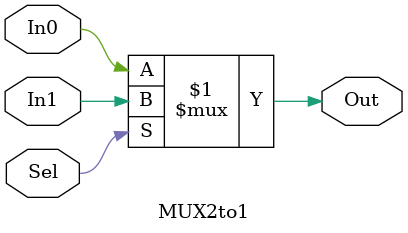
<source format=v>
`timescale 1ns / 1ps


(* DONT_TOUCH = "true" *)
module MUX2to1(In0, In1, Sel, Out);
    input In0, In1, Sel;
    output Out;
    
    assign Out=(Sel)?In1:In0;

endmodule
</source>
